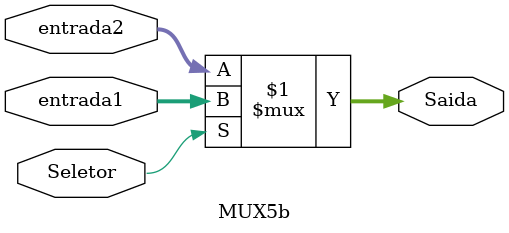
<source format=v>
module MUX5b (entrada1,entrada2,Seletor,Saida);

    //Declaração das entradas de 5 bits
    input wire [4:0] entrada1, entrada2;
    input wire Seletor; //sinal seletor
    output [4:0] Saida; // saida 5-bit
    
    assign Saida = Seletor ? entrada1 : entrada2;

endmodule
</source>
